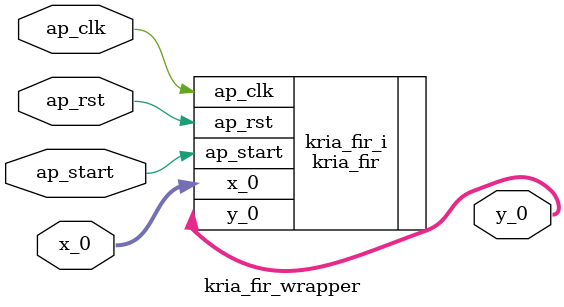
<source format=v>
`timescale 1 ps / 1 ps

module kria_fir_wrapper
   (ap_clk,
    ap_rst,
    ap_start,
    x_0,
    y_0);
  input ap_clk;
  input ap_rst;
  input ap_start;
  input [31:0]x_0;
  output [31:0]y_0;

  wire ap_clk;
  wire ap_rst;
  wire ap_start;
  wire [31:0]x_0;
  wire [31:0]y_0;

  kria_fir kria_fir_i
       (.ap_clk(ap_clk),
        .ap_rst(ap_rst),
        .ap_start(ap_start),
        .x_0(x_0),
        .y_0(y_0));
endmodule

</source>
